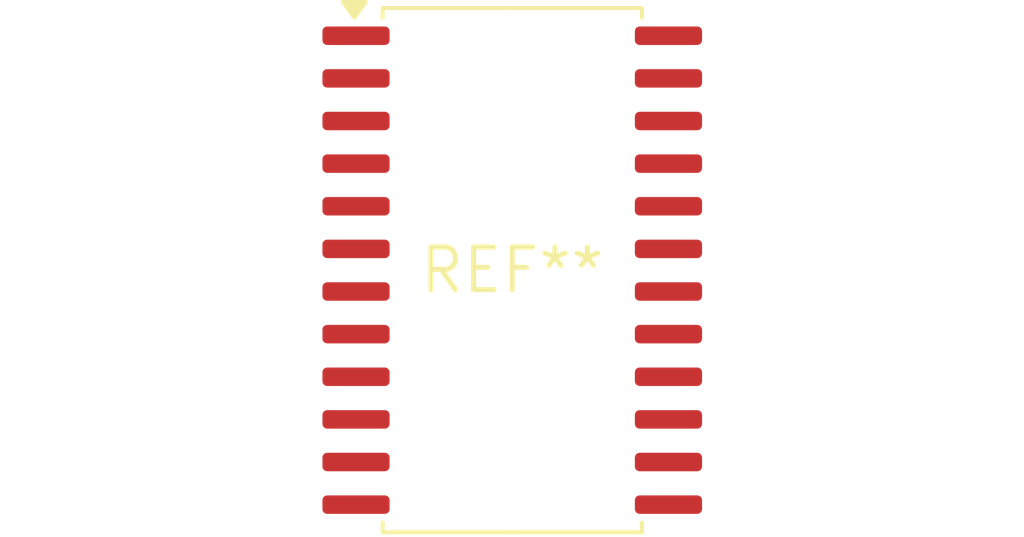
<source format=kicad_pcb>
(kicad_pcb (version 20240108) (generator pcbnew)
  (layers (0 "F.Cu" signal) (31 "B.Cu" signal) (34 "B.Paste" user) (35 "F.Paste" user) (36 "B.SilkS" user "B.Silkscreen") (37 "F.SilkS" user "F.Silkscreen") (38 "B.Mask" user) (39 "F.Mask" user) (44 "Edge.Cuts" user))
  (net 0 "")
  (footprint "SOP-24_7.5x15.4mm_P1.27mm" (layer "F.Cu") (at 0 0)
    (property "Reference" "REF**")
    (property "Value" "SOP-24_7.5x15.4mm_P1.27mm")
    (fp_line (start -3.86 -7.81) (end -3.86 -7.52) (layer "F.SilkS") (stroke (width 0.12)))
    (fp_line (start -3.86 7.81) (end -3.86 7.52) (layer "F.SilkS") (stroke (width 0.12)))
    (fp_line (start 0 -7.81) (end -3.86 -7.81) (layer "F.SilkS") (stroke (width 0.12)))
    (fp_line (start 0 -7.81) (end 3.86 -7.81) (layer "F.SilkS") (stroke (width 0.12)))
    (fp_line (start 0 7.81) (end -3.86 7.81) (layer "F.SilkS") (stroke (width 0.12)))
    (fp_line (start 0 7.81) (end 3.86 7.81) (layer "F.SilkS") (stroke (width 0.12)))
    (fp_line (start 3.86 -7.81) (end 3.86 -7.52) (layer "F.SilkS") (stroke (width 0.12)))
    (fp_line (start 3.86 7.81) (end 3.86 7.52) (layer "F.SilkS") (stroke (width 0.12)))
    (fp_poly (pts (xy -4.7 -7.52) (xy -5.04 -7.99) (xy -4.36 -7.99) (xy -4.7 -7.52)) (layer "F.SilkS") (stroke (width 0.12)) (fill solid))
    (pad "1" smd roundrect (at -4.65 -6.985) (size 2 0.55) (layers "F.Cu" "F.Paste" "F.Mask"))
    (pad "2" smd roundrect (at -4.65 -5.715) (size 2 0.55) (layers "F.Cu" "F.Paste" "F.Mask"))
    (pad "3" smd roundrect (at -4.65 -4.445) (size 2 0.55) (layers "F.Cu" "F.Paste" "F.Mask"))
    (pad "4" smd roundrect (at -4.65 -3.175) (size 2 0.55) (layers "F.Cu" "F.Paste" "F.Mask"))
    (pad "5" smd roundrect (at -4.65 -1.905) (size 2 0.55) (layers "F.Cu" "F.Paste" "F.Mask"))
    (pad "6" smd roundrect (at -4.65 -0.635) (size 2 0.55) (layers "F.Cu" "F.Paste" "F.Mask"))
    (pad "7" smd roundrect (at -4.65 0.635) (size 2 0.55) (layers "F.Cu" "F.Paste" "F.Mask"))
    (pad "8" smd roundrect (at -4.65 1.905) (size 2 0.55) (layers "F.Cu" "F.Paste" "F.Mask"))
    (pad "9" smd roundrect (at -4.65 3.175) (size 2 0.55) (layers "F.Cu" "F.Paste" "F.Mask"))
    (pad "10" smd roundrect (at -4.65 4.445) (size 2 0.55) (layers "F.Cu" "F.Paste" "F.Mask"))
    (pad "11" smd roundrect (at -4.65 5.715) (size 2 0.55) (layers "F.Cu" "F.Paste" "F.Mask"))
    (pad "12" smd roundrect (at -4.65 6.985) (size 2 0.55) (layers "F.Cu" "F.Paste" "F.Mask"))
    (pad "13" smd roundrect (at 4.65 6.985) (size 2 0.55) (layers "F.Cu" "F.Paste" "F.Mask"))
    (pad "14" smd roundrect (at 4.65 5.715) (size 2 0.55) (layers "F.Cu" "F.Paste" "F.Mask"))
    (pad "15" smd roundrect (at 4.65 4.445) (size 2 0.55) (layers "F.Cu" "F.Paste" "F.Mask"))
    (pad "16" smd roundrect (at 4.65 3.175) (size 2 0.55) (layers "F.Cu" "F.Paste" "F.Mask"))
    (pad "17" smd roundrect (at 4.65 1.905) (size 2 0.55) (layers "F.Cu" "F.Paste" "F.Mask"))
    (pad "18" smd roundrect (at 4.65 0.635) (size 2 0.55) (layers "F.Cu" "F.Paste" "F.Mask"))
    (pad "19" smd roundrect (at 4.65 -0.635) (size 2 0.55) (layers "F.Cu" "F.Paste" "F.Mask"))
    (pad "20" smd roundrect (at 4.65 -1.905) (size 2 0.55) (layers "F.Cu" "F.Paste" "F.Mask"))
    (pad "21" smd roundrect (at 4.65 -3.175) (size 2 0.55) (layers "F.Cu" "F.Paste" "F.Mask"))
    (pad "22" smd roundrect (at 4.65 -4.445) (size 2 0.55) (layers "F.Cu" "F.Paste" "F.Mask"))
    (pad "23" smd roundrect (at 4.65 -5.715) (size 2 0.55) (layers "F.Cu" "F.Paste" "F.Mask"))
    (pad "24" smd roundrect (at 4.65 -6.985) (size 2 0.55) (layers "F.Cu" "F.Paste" "F.Mask"))
  )
)
</source>
